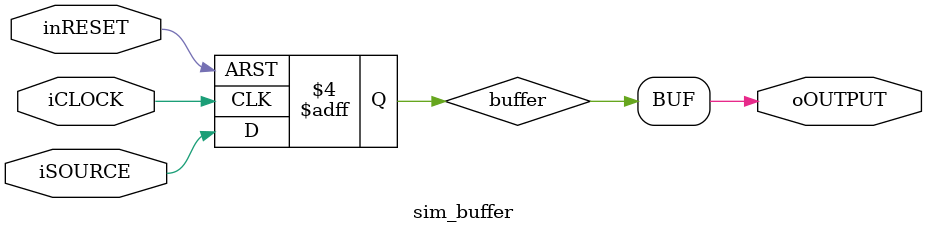
<source format=v>
`timescale 10ns/1ps
`default_nettype none	
`define		CYCLE		20


module mmu_test;
				//System
				reg						iCLOCK;
				reg						inRESET;
				//TLB Flash
				reg						iTLB_FLASH;
				//Req IRQ
				wire					oINTERRUPT_VALID;
				//CORE REGISTER
				reg		[1:0]			iCOREINFO_MODE;			//0=NoConvertion 1=none 2=1LevelConvertion 3=2LevelConvertion
				reg		[31:0]			iCOREINFO_PDT;			//Page Directory Table 
				reg		[13:0]			iCOREINFO_TID;			//Task Id 
				//LOGIC Address Request
				reg						iLOGIC_REQ;
				reg						iLOGIC_RW;				//0=Read 1=Write
				reg						iLOGIC_TYPE;			//0:Data 1:Instruction	
				reg		[31:0]			iLOGIC_ADDR;
				wire					oLOGIC_LOCK;
				//Physical Output
				wire					oPHYSICAL_VALID;
				reg						iPHYSICAL_LOCK;
				wire	[31:0]			oPHYSICAL_ADDR;
				//Memory <--->
				//Req
				wire					oMEMORY_REQ;
				reg						iMEMORY_LOCK;
				wire	[31:0]			oMEMORY_ADDR;
				//Data RAM -> This
				wire					iMEMORY_VALID;
				wire					oMEMORY_LOCK;
				wire	[63:0]			iMEMORY_DATA;


	
				
	
	mmu TARGET( 
		//System
		.iCLOCK(iCLOCK),
		.inRESET(inRESET),
		//TLB Flash
		.iTLB_FLASH(iTLB_FLASH),
		//Req IRQ
		.oINTERRUPT_VALID(oINTERRUPT_VALID),
		//CORE REGISTER
		.iCOREINFO_MODE(iCOREINFO_MODE),			//0=NoConvertion 1=none 2=1LevelConvertion 3=2LevelConvertion
		.iCOREINFO_PDT(iCOREINFO_PDT),			//Page Directory Table 
		.iCOREINFO_TID(iCOREINFO_TID),			//Task Id 
		//LOGIC Address Request
		.iLOGIC_REQ(iLOGIC_REQ),
		.iLOGIC_RW(iLOGIC_RW),				//0=Read 1=Write
		.iLOGIC_TYPE(iLOGIC_TYPE),			//0:Data 1:Instruction	
		.iLOGIC_ADDR(iLOGIC_ADDR),
		.oLOGIC_LOCK(oLOGIC_LOCK),
		//Physical Output
		.oPHYSICAL_VALID(oPHYSICAL_VALID),
		.iPHYSICAL_LOCK(iPHYSICAL_LOCK),
		.oPHYSICAL_ADDR(oPHYSICAL_ADDR),
		//Memory <--->
		//Req
		.oMEMORY_REQ(oMEMORY_REQ),
		.iMEMORY_LOCK(iMEMORY_LOCK),
		.oMEMORY_ADDR(oMEMORY_ADDR),
		//Data RAM -> This
		.iMEMORY_VALID(iMEMORY_VALID),
		.oMEMORY_LOCK(oMEMORY_LOCK),
		.iMEMORY_DATA(iMEMORY_DATA)
	);
	
	
	//Main - RAM
	/*
	Memory Structure
		0~16383					:	1Page
			0~2047				:	1 Level PTA - Default Point
				0~3				:	2 Level PTA Addr 
			2048~4095			:	2 Level PTA
				2048~4051		:	2 Page Addr
		16384~32768				:	2Page
	*/
	/*
	reg		[7:0]		main_ram	[0:(1024*32)-1];
	integer i;
	initial begin
		#0 begin
			for(i = 0; i  < 32768; i = i + 1)begin
				main_ram[i]		=		8'h0;
			end
		end
		#1 begin
			{main_ram[3], main_ram[2], main_ram[1], main_ram[0]}				=		32'd2048 | 8'b0000_0011;		//2Level Pointer
			{main_ram[2051], main_ram[2050], main_ram[2049], main_ram[2048]}	=		32'd16384 | 8'b0001_0011;		//Access Pointer
			//main_ram[16384]														=		8'hAA;
		end
	end
	*/
	//END
	
	
	reg		[63:0]		main_ram	[0:1023];
	integer i;
	initial begin
		#0 begin
			for(i = 0; i  < 1024; i = i + 1)begin
				main_ram[i]		=		{i[31:0], i[31:0]};
			end
		end
		#1 begin
			//main_ram[i]		=		{i[31:0], i[31:0]};
		end
	end
	
	
	
	assign	iMEMORY_VALID			=		b_latch_req;
	assign	iMEMORY_DATA			=		main_ram[oMEMORY_ADDR];//{main_ram[iTHIS_MEM_ADDR[14:0]+7], main_ram[iTHIS_MEM_ADDR[14:0]+6], main_ram[iTHIS_MEM_ADDR[14:0]+5], main_ram[iTHIS_MEM_ADDR[14:0]+4], main_ram[iTHIS_MEM_ADDR[14:0]+3], main_ram[iTHIS_MEM_ADDR[14:0]+2], main_ram[iTHIS_MEM_ADDR[14:0]+1], main_ram[iTHIS_MEM_ADDR[14:0]]};
	
	wire		b_latch_req;
	
	//Memory Request Latch
	sim_buffer #(1) REQ_LATCH(
		.iCLOCK(iCLOCK),
		.inRESET(inRESET),
		.iSOURCE(oMEMORY_REQ),
		.oOUTPUT(b_latch_req)
	);
	

				
				
	initial begin
		#0 begin
			iCLOCK				=		1'b0;
			inRESET				=		1'b0;
			iTLB_FLASH			=		1'b0;
			iCOREINFO_MODE		=		2'b0;		//Convertion Level
			iCOREINFO_PDT		=		32'h100;
			iCOREINFO_TID		=		{14{1'b0}};
			iLOGIC_REQ			=		1'b0;
			iLOGIC_RW			=		1'b0;
			iLOGIC_TYPE			=		1'b0;
			iLOGIC_ADDR			=		{32{1'b0}};
			iPHYSICAL_LOCK		=		1'b0;
			iMEMORY_LOCK		=		1'b0;
			//iMEMORY_VALID		=		1'b0;
			//iMEMORY_DATA		=		{32{1'b0}};		
		end
		#1 begin
			inRESET				=		1'b1;
		end
		#10000 begin
			$finish;
		end
	end
	
	
	initial begin
		//Read LogicAddr:0
		#(`CYCLE+1) begin
			iLOGIC_REQ			=		1'b1;
			iLOGIC_ADDR			=		{32{1'b0}};
			iCOREINFO_MODE		=		2'h0;
		end
		//STOP	
		#(`CYCLE) begin	
			iLOGIC_REQ			=		1'b0;
			iCOREINFO_MODE		=		2'h0;
		end
		#(`CYCLE) begin	
			iLOGIC_REQ			=		1'b0;
			iCOREINFO_MODE		=		2'h0;
		end
		//Read LogicAddr:1
		#(`CYCLE) begin
			iLOGIC_REQ			=		1'b1;
			iLOGIC_ADDR			=		32'h00000001;
			iCOREINFO_MODE		=		2'h0;
		end
		//Read LogicAddr:2
		#(`CYCLE) begin
			iLOGIC_REQ			=		1'b1;
			iLOGIC_ADDR			=		32'h00000002;
			iCOREINFO_MODE		=		2'h0;
		end
		//Read LogicAddr:3
		#(`CYCLE) begin
			iLOGIC_REQ			=		1'b1;
			iLOGIC_ADDR			=		32'h00000003;
			iCOREINFO_MODE		=		2'h0;
		end
		//Read LogicAddr:4
		#(`CYCLE) begin
			iLOGIC_REQ			=		1'b1;
			iLOGIC_ADDR			=		32'h00000004;
			iCOREINFO_MODE		=		2'h2;
		end
		//Read LogicAddr:16384
		#(`CYCLE * 10) begin
			iLOGIC_REQ			=		1'b1;
			iLOGIC_ADDR			=		32'h4000;
			iCOREINFO_MODE		=		2'h2;
		end
				

		
		
		/*
		#(`CYCLE) begin
			oTHIS_CORE_VALID			=		1'b1;
			oTHIS_CORE_LOGIC_ADDR		=		32'h00000002;
		end
		#(`CYCLE) begin
			oTHIS_CORE_VALID			=		1'b1;
			oTHIS_CORE_LOGIC_ADDR		=		32'h00000003;
		end
		#(`CYCLE) begin
			oTHIS_CORE_VALID			=		1'b1;
			oTHIS_CORE_LOGIC_ADDR		=		32'h00000004;
		end
		#(`CYCLE) begin
			oTHIS_CORE_VALID			=		1'b1;
			oTHIS_CORE_LOGIC_ADDR		=		32'h00000005;
		end
		#(`CYCLE) begin
			oTHIS_CORE_VALID			=		1'b1;
			oTHIS_CORE_LOGIC_ADDR		=		32'h00000006;
		end*/
		

		//STOP
		#(`CYCLE) begin
			iLOGIC_REQ			=		1'b0;
		end
	end

	
	//function func_select
	
	//function
	
	
	always#(`CYCLE/2)begin
		iCLOCK		=		~iCLOCK;
	end
		

	
	
endmodule

	
	
	
	
	
	
module sim_buffer(
					input					iCLOCK,
					input					inRESET,
					input		[N-1:0]		iSOURCE,
					output		[N-1:0]		oOUTPUT
	);
	
	parameter		N		=	1;
		
	
	assign		oOUTPUT		=		buffer;
		
		
	reg		[N-1:0]		buffer;
	always@(posedge iCLOCK or negedge inRESET)begin
		if(!inRESET)begin
			buffer		<=		{N{1'b0}};
		end
		else begin
			buffer		<=		iSOURCE;
		end
	end
	
endmodule

	
	
</source>
